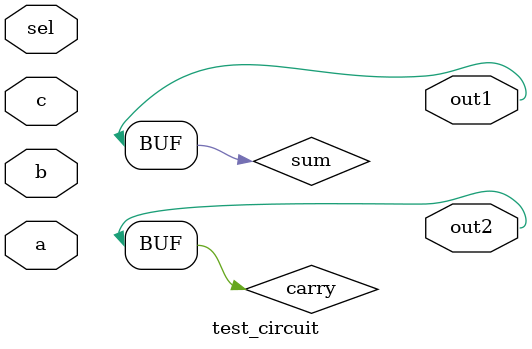
<source format=v>
module test_circuit(a, b, c, sel, out1, out2);
    input a;       // Input A
    input b;       // Input B
    input c;       // Input C
    input sel;     // Select signal
    output out1;   // Output 1
    output out2;   // Output 2
    
    // Internal wires
    wire mux_out;  // Multiplexer output
    wire sum;      // Adder sum output
    wire carry;    // Adder carry output
    
    // Multiplexer - select a or b based on sel
    assign mux_out = sel ? b : a;
    
    // Half adder - compute sum and carry of mux_out and c
    xor xor1(mux_out, c, sum);
    and and1(mux_out, c, carry);
    
    // Output assignments
    assign out1 = sum;
    assign out2 = carry;
    
endmodule 
</source>
